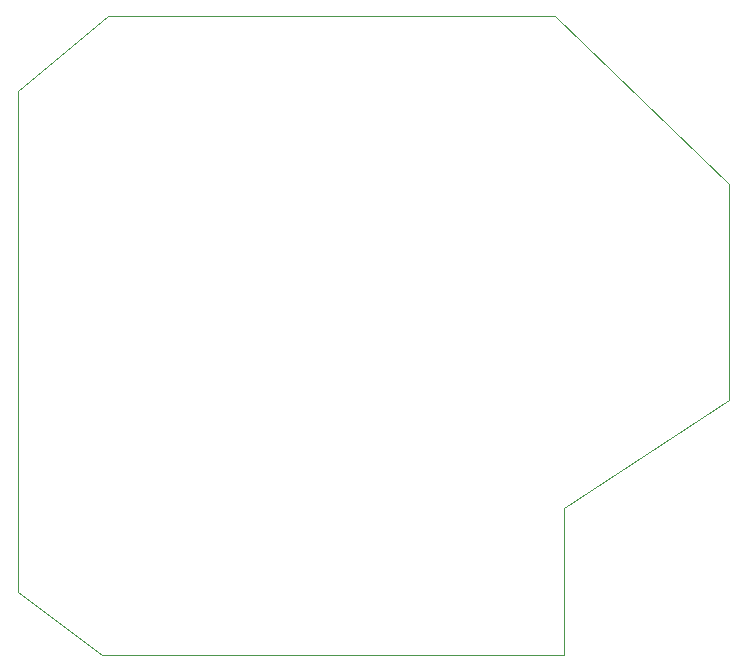
<source format=gm1>
%TF.GenerationSoftware,KiCad,Pcbnew,(5.1.4)-1*%
%TF.CreationDate,2021-08-29T10:14:45+03:00*%
%TF.ProjectId,optiem,6f707469-656d-42e6-9b69-6361645f7063,rev?*%
%TF.SameCoordinates,Original*%
%TF.FileFunction,Profile,NP*%
%FSLAX46Y46*%
G04 Gerber Fmt 4.6, Leading zero omitted, Abs format (unit mm)*
G04 Created by KiCad (PCBNEW (5.1.4)-1) date 2021-08-29 10:14:45*
%MOMM*%
%LPD*%
G04 APERTURE LIST*
%ADD10C,0.100000*%
G04 APERTURE END LIST*
D10*
X119126000Y-124460000D02*
X112014000Y-119126000D01*
X158242000Y-112014000D02*
X158242000Y-124460000D01*
X172212000Y-102870000D02*
X158242000Y-112014000D01*
X158242000Y-124460000D02*
X119126000Y-124460000D01*
X172212000Y-84582000D02*
X172212000Y-102870000D01*
X157480000Y-70358000D02*
X172212000Y-84582000D01*
X119634000Y-70358000D02*
X157480000Y-70358000D01*
X112014000Y-76708000D02*
X119634000Y-70358000D01*
X112014000Y-119126000D02*
X112014000Y-76708000D01*
M02*

</source>
